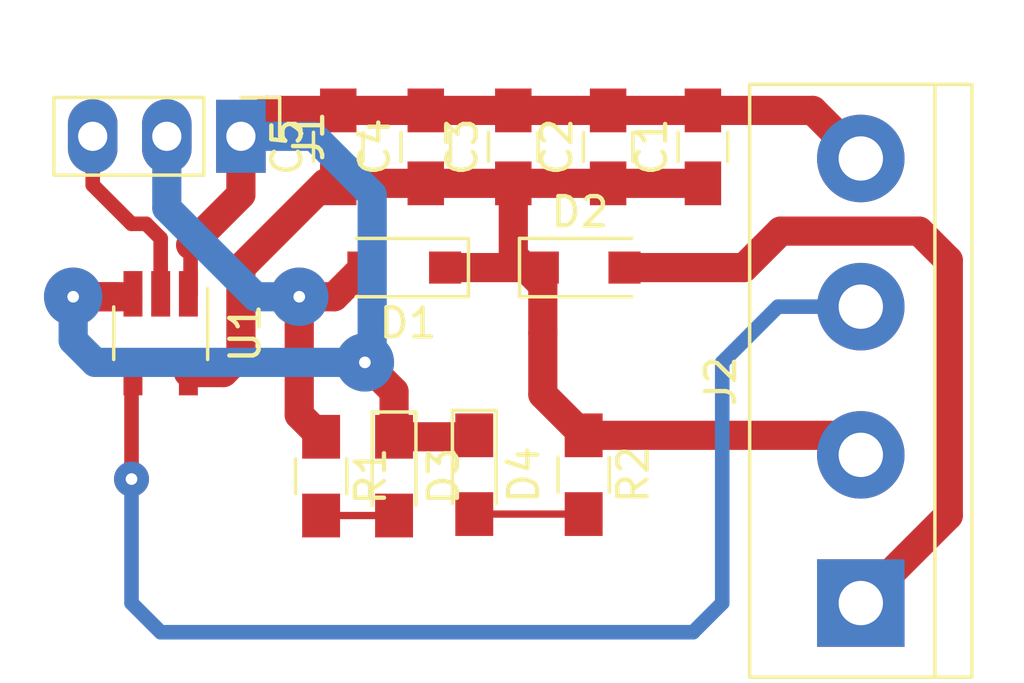
<source format=kicad_pcb>
(kicad_pcb (version 20171130) (host pcbnew 5.0.0-fee4fd1~66~ubuntu18.04.1)

  (general
    (thickness 1.6)
    (drawings 0)
    (tracks 75)
    (zones 0)
    (modules 14)
    (nets 9)
  )

  (page A4)
  (layers
    (0 F.Cu signal)
    (31 B.Cu signal)
    (32 B.Adhes user)
    (33 F.Adhes user)
    (34 B.Paste user)
    (35 F.Paste user)
    (36 B.SilkS user)
    (37 F.SilkS user)
    (38 B.Mask user)
    (39 F.Mask user)
    (40 Dwgs.User user)
    (41 Cmts.User user)
    (42 Eco1.User user)
    (43 Eco2.User user)
    (44 Edge.Cuts user)
    (45 Margin user)
    (46 B.CrtYd user)
    (47 F.CrtYd user)
    (48 B.Fab user)
    (49 F.Fab user)
  )

  (setup
    (last_trace_width 0.25)
    (trace_clearance 0.2)
    (zone_clearance 0.508)
    (zone_45_only no)
    (trace_min 0.2)
    (segment_width 0.2)
    (edge_width 0.15)
    (via_size 0.8)
    (via_drill 0.4)
    (via_min_size 0.4)
    (via_min_drill 0.3)
    (uvia_size 0.3)
    (uvia_drill 0.1)
    (uvias_allowed no)
    (uvia_min_size 0.2)
    (uvia_min_drill 0.1)
    (pcb_text_width 0.3)
    (pcb_text_size 1.5 1.5)
    (mod_edge_width 0.15)
    (mod_text_size 1 1)
    (mod_text_width 0.15)
    (pad_size 1.524 1.524)
    (pad_drill 0.762)
    (pad_to_mask_clearance 0.2)
    (aux_axis_origin 0 0)
    (visible_elements FFFFFF7F)
    (pcbplotparams
      (layerselection 0x010fc_ffffffff)
      (usegerberextensions false)
      (usegerberattributes false)
      (usegerberadvancedattributes false)
      (creategerberjobfile false)
      (excludeedgelayer true)
      (linewidth 0.100000)
      (plotframeref false)
      (viasonmask false)
      (mode 1)
      (useauxorigin false)
      (hpglpennumber 1)
      (hpglpenspeed 20)
      (hpglpendiameter 15.000000)
      (psnegative false)
      (psa4output false)
      (plotreference true)
      (plotvalue true)
      (plotinvisibletext false)
      (padsonsilk false)
      (subtractmaskfromsilk false)
      (outputformat 1)
      (mirror false)
      (drillshape 1)
      (scaleselection 1)
      (outputdirectory ""))
  )

  (net 0 "")
  (net 1 /MCU_LED_PWM)
  (net 2 +5V)
  (net 3 GND)
  (net 4 VCC)
  (net 5 /PWM_TO_LED)
  (net 6 "Net-(D3-Pad2)")
  (net 7 "Net-(D4-Pad2)")
  (net 8 V_EXT_LED)

  (net_class Default "This is the default net class."
    (clearance 0.2)
    (trace_width 0.25)
    (via_dia 0.8)
    (via_drill 0.4)
    (uvia_dia 0.3)
    (uvia_drill 0.1)
    (add_net "Net-(D3-Pad2)")
    (add_net "Net-(D4-Pad2)")
  )

  (net_class GND ""
    (clearance 0.2)
    (trace_width 1)
    (via_dia 2)
    (via_drill 0.4)
    (uvia_dia 0.3)
    (uvia_drill 0.1)
    (add_net GND)
  )

  (net_class LED_PWR ""
    (clearance 0.2)
    (trace_width 1)
    (via_dia 2)
    (via_drill 0.4)
    (uvia_dia 0.3)
    (uvia_drill 0.1)
  )

  (net_class LED_SIG ""
    (clearance 0.2)
    (trace_width 0.5)
    (via_dia 1.2)
    (via_drill 0.4)
    (uvia_dia 0.3)
    (uvia_drill 0.1)
    (add_net /PWM_TO_LED)
  )

  (net_class MCU_SIG ""
    (clearance 0.2)
    (trace_width 0.5)
    (via_dia 1.2)
    (via_drill 0.4)
    (uvia_dia 0.3)
    (uvia_drill 0.1)
    (add_net /MCU_LED_PWM)
  )

  (net_class PWR ""
    (clearance 0.2)
    (trace_width 1)
    (via_dia 2)
    (via_drill 0.4)
    (uvia_dia 0.3)
    (uvia_drill 0.1)
    (add_net +5V)
    (add_net VCC)
    (add_net V_EXT_LED)
  )

  (module Connectors_Terminal_Blocks:TerminalBlock_bornier-4_P5.08mm (layer F.Cu) (tedit 59FF03D1) (tstamp 5BB9F977)
    (at 48.25 31 90)
    (descr "simple 4-pin terminal block, pitch 5.08mm, revamped version of bornier4")
    (tags "terminal block bornier4")
    (path /5BBA2A9D)
    (fp_text reference J2 (at 7.6 -4.8 90) (layer F.SilkS)
      (effects (font (size 1 1) (thickness 0.15)))
    )
    (fp_text value Conn_01x03 (at 7.6 4.75 90) (layer F.Fab)
      (effects (font (size 1 1) (thickness 0.15)))
    )
    (fp_line (start 17.97 4) (end -2.73 4) (layer F.CrtYd) (width 0.05))
    (fp_line (start 17.97 4) (end 17.97 -4) (layer F.CrtYd) (width 0.05))
    (fp_line (start -2.73 -4) (end -2.73 4) (layer F.CrtYd) (width 0.05))
    (fp_line (start -2.73 -4) (end 17.97 -4) (layer F.CrtYd) (width 0.05))
    (fp_line (start -2.54 3.81) (end 17.78 3.81) (layer F.SilkS) (width 0.12))
    (fp_line (start -2.54 -3.81) (end 17.78 -3.81) (layer F.SilkS) (width 0.12))
    (fp_line (start 17.78 2.54) (end -2.54 2.54) (layer F.SilkS) (width 0.12))
    (fp_line (start 17.78 3.81) (end 17.78 -3.81) (layer F.SilkS) (width 0.12))
    (fp_line (start -2.54 -3.81) (end -2.54 3.81) (layer F.SilkS) (width 0.12))
    (fp_line (start 17.72 3.75) (end -2.43 3.75) (layer F.Fab) (width 0.1))
    (fp_line (start 17.72 -3.75) (end 17.72 3.75) (layer F.Fab) (width 0.1))
    (fp_line (start -2.48 -3.75) (end 17.72 -3.75) (layer F.Fab) (width 0.1))
    (fp_line (start -2.48 3.75) (end -2.48 -3.75) (layer F.Fab) (width 0.1))
    (fp_line (start -2.43 3.75) (end -2.48 3.75) (layer F.Fab) (width 0.1))
    (fp_line (start -2.48 2.55) (end 17.72 2.55) (layer F.Fab) (width 0.1))
    (fp_text user %R (at 7.62 0 90) (layer F.Fab)
      (effects (font (size 1 1) (thickness 0.15)))
    )
    (pad 4 thru_hole circle (at 15.24 0 90) (size 3 3) (drill 1.52) (layers *.Cu *.Mask)
      (net 3 GND))
    (pad 1 thru_hole rect (at 0 0 90) (size 3 3) (drill 1.52) (layers *.Cu *.Mask)
      (net 8 V_EXT_LED))
    (pad 3 thru_hole circle (at 10.16 0 90) (size 3 3) (drill 1.52) (layers *.Cu *.Mask)
      (net 5 /PWM_TO_LED))
    (pad 2 thru_hole circle (at 5.08 0 90) (size 3 3) (drill 1.52) (layers *.Cu *.Mask)
      (net 4 VCC))
    (model ${KISYS3DMOD}/Terminal_Blocks.3dshapes/TerminalBlock_bornier-4_P5.08mm.wrl
      (offset (xyz 7.619999885559082 0 0))
      (scale (xyz 1 1 1))
      (rotate (xyz 0 0 0))
    )
  )

  (module Capacitors_SMD:C_0805_HandSoldering (layer F.Cu) (tedit 58AA84A8) (tstamp 5BB9E637)
    (at 30.337702 15.362568 90)
    (descr "Capacitor SMD 0805, hand soldering")
    (tags "capacitor 0805")
    (path /5BB9F4C9)
    (attr smd)
    (fp_text reference C5 (at 0 -1.75 90) (layer F.SilkS)
      (effects (font (size 1 1) (thickness 0.15)))
    )
    (fp_text value 10u (at 0 1.75 90) (layer F.Fab)
      (effects (font (size 1 1) (thickness 0.15)))
    )
    (fp_line (start 2.25 0.87) (end -2.25 0.87) (layer F.CrtYd) (width 0.05))
    (fp_line (start 2.25 0.87) (end 2.25 -0.88) (layer F.CrtYd) (width 0.05))
    (fp_line (start -2.25 -0.88) (end -2.25 0.87) (layer F.CrtYd) (width 0.05))
    (fp_line (start -2.25 -0.88) (end 2.25 -0.88) (layer F.CrtYd) (width 0.05))
    (fp_line (start -0.5 0.85) (end 0.5 0.85) (layer F.SilkS) (width 0.12))
    (fp_line (start 0.5 -0.85) (end -0.5 -0.85) (layer F.SilkS) (width 0.12))
    (fp_line (start -1 -0.62) (end 1 -0.62) (layer F.Fab) (width 0.1))
    (fp_line (start 1 -0.62) (end 1 0.62) (layer F.Fab) (width 0.1))
    (fp_line (start 1 0.62) (end -1 0.62) (layer F.Fab) (width 0.1))
    (fp_line (start -1 0.62) (end -1 -0.62) (layer F.Fab) (width 0.1))
    (fp_text user %R (at 0 -1.75 90) (layer F.Fab)
      (effects (font (size 1 1) (thickness 0.15)))
    )
    (pad 2 smd rect (at 1.25 0 90) (size 1.5 1.25) (layers F.Cu F.Paste F.Mask)
      (net 3 GND))
    (pad 1 smd rect (at -1.25 0 90) (size 1.5 1.25) (layers F.Cu F.Paste F.Mask)
      (net 4 VCC))
    (model Capacitors_SMD.3dshapes/C_0805.wrl
      (at (xyz 0 0 0))
      (scale (xyz 1 1 1))
      (rotate (xyz 0 0 0))
    )
  )

  (module Capacitors_SMD:C_0805_HandSoldering (layer F.Cu) (tedit 58AA84A8) (tstamp 5BB9E626)
    (at 33.337702 15.362568 90)
    (descr "Capacitor SMD 0805, hand soldering")
    (tags "capacitor 0805")
    (path /5BB9F2D7)
    (attr smd)
    (fp_text reference C4 (at 0 -1.75 90) (layer F.SilkS)
      (effects (font (size 1 1) (thickness 0.15)))
    )
    (fp_text value 10u (at 0 1.75 90) (layer F.Fab)
      (effects (font (size 1 1) (thickness 0.15)))
    )
    (fp_text user %R (at 0 -1.75 90) (layer F.Fab)
      (effects (font (size 1 1) (thickness 0.15)))
    )
    (fp_line (start -1 0.62) (end -1 -0.62) (layer F.Fab) (width 0.1))
    (fp_line (start 1 0.62) (end -1 0.62) (layer F.Fab) (width 0.1))
    (fp_line (start 1 -0.62) (end 1 0.62) (layer F.Fab) (width 0.1))
    (fp_line (start -1 -0.62) (end 1 -0.62) (layer F.Fab) (width 0.1))
    (fp_line (start 0.5 -0.85) (end -0.5 -0.85) (layer F.SilkS) (width 0.12))
    (fp_line (start -0.5 0.85) (end 0.5 0.85) (layer F.SilkS) (width 0.12))
    (fp_line (start -2.25 -0.88) (end 2.25 -0.88) (layer F.CrtYd) (width 0.05))
    (fp_line (start -2.25 -0.88) (end -2.25 0.87) (layer F.CrtYd) (width 0.05))
    (fp_line (start 2.25 0.87) (end 2.25 -0.88) (layer F.CrtYd) (width 0.05))
    (fp_line (start 2.25 0.87) (end -2.25 0.87) (layer F.CrtYd) (width 0.05))
    (pad 1 smd rect (at -1.25 0 90) (size 1.5 1.25) (layers F.Cu F.Paste F.Mask)
      (net 4 VCC))
    (pad 2 smd rect (at 1.25 0 90) (size 1.5 1.25) (layers F.Cu F.Paste F.Mask)
      (net 3 GND))
    (model Capacitors_SMD.3dshapes/C_0805.wrl
      (at (xyz 0 0 0))
      (scale (xyz 1 1 1))
      (rotate (xyz 0 0 0))
    )
  )

  (module Capacitors_SMD:C_0805_HandSoldering (layer F.Cu) (tedit 58AA84A8) (tstamp 5BB9E615)
    (at 36.337702 15.362568 90)
    (descr "Capacitor SMD 0805, hand soldering")
    (tags "capacitor 0805")
    (path /5BB9F2C2)
    (attr smd)
    (fp_text reference C3 (at 0 -1.75 90) (layer F.SilkS)
      (effects (font (size 1 1) (thickness 0.15)))
    )
    (fp_text value 10u (at 0 1.75 90) (layer F.Fab)
      (effects (font (size 1 1) (thickness 0.15)))
    )
    (fp_line (start 2.25 0.87) (end -2.25 0.87) (layer F.CrtYd) (width 0.05))
    (fp_line (start 2.25 0.87) (end 2.25 -0.88) (layer F.CrtYd) (width 0.05))
    (fp_line (start -2.25 -0.88) (end -2.25 0.87) (layer F.CrtYd) (width 0.05))
    (fp_line (start -2.25 -0.88) (end 2.25 -0.88) (layer F.CrtYd) (width 0.05))
    (fp_line (start -0.5 0.85) (end 0.5 0.85) (layer F.SilkS) (width 0.12))
    (fp_line (start 0.5 -0.85) (end -0.5 -0.85) (layer F.SilkS) (width 0.12))
    (fp_line (start -1 -0.62) (end 1 -0.62) (layer F.Fab) (width 0.1))
    (fp_line (start 1 -0.62) (end 1 0.62) (layer F.Fab) (width 0.1))
    (fp_line (start 1 0.62) (end -1 0.62) (layer F.Fab) (width 0.1))
    (fp_line (start -1 0.62) (end -1 -0.62) (layer F.Fab) (width 0.1))
    (fp_text user %R (at 0 -1.75 90) (layer F.Fab)
      (effects (font (size 1 1) (thickness 0.15)))
    )
    (pad 2 smd rect (at 1.25 0 90) (size 1.5 1.25) (layers F.Cu F.Paste F.Mask)
      (net 3 GND))
    (pad 1 smd rect (at -1.25 0 90) (size 1.5 1.25) (layers F.Cu F.Paste F.Mask)
      (net 4 VCC))
    (model Capacitors_SMD.3dshapes/C_0805.wrl
      (at (xyz 0 0 0))
      (scale (xyz 1 1 1))
      (rotate (xyz 0 0 0))
    )
  )

  (module Capacitors_SMD:C_0805_HandSoldering (layer F.Cu) (tedit 58AA84A8) (tstamp 5BB9E604)
    (at 39.587702 15.362568 90)
    (descr "Capacitor SMD 0805, hand soldering")
    (tags "capacitor 0805")
    (path /5BB9F152)
    (attr smd)
    (fp_text reference C2 (at 0 -1.75 90) (layer F.SilkS)
      (effects (font (size 1 1) (thickness 0.15)))
    )
    (fp_text value 10u (at 0 1.75 90) (layer F.Fab)
      (effects (font (size 1 1) (thickness 0.15)))
    )
    (fp_text user %R (at 0 -1.75 90) (layer F.Fab)
      (effects (font (size 1 1) (thickness 0.15)))
    )
    (fp_line (start -1 0.62) (end -1 -0.62) (layer F.Fab) (width 0.1))
    (fp_line (start 1 0.62) (end -1 0.62) (layer F.Fab) (width 0.1))
    (fp_line (start 1 -0.62) (end 1 0.62) (layer F.Fab) (width 0.1))
    (fp_line (start -1 -0.62) (end 1 -0.62) (layer F.Fab) (width 0.1))
    (fp_line (start 0.5 -0.85) (end -0.5 -0.85) (layer F.SilkS) (width 0.12))
    (fp_line (start -0.5 0.85) (end 0.5 0.85) (layer F.SilkS) (width 0.12))
    (fp_line (start -2.25 -0.88) (end 2.25 -0.88) (layer F.CrtYd) (width 0.05))
    (fp_line (start -2.25 -0.88) (end -2.25 0.87) (layer F.CrtYd) (width 0.05))
    (fp_line (start 2.25 0.87) (end 2.25 -0.88) (layer F.CrtYd) (width 0.05))
    (fp_line (start 2.25 0.87) (end -2.25 0.87) (layer F.CrtYd) (width 0.05))
    (pad 1 smd rect (at -1.25 0 90) (size 1.5 1.25) (layers F.Cu F.Paste F.Mask)
      (net 4 VCC))
    (pad 2 smd rect (at 1.25 0 90) (size 1.5 1.25) (layers F.Cu F.Paste F.Mask)
      (net 3 GND))
    (model Capacitors_SMD.3dshapes/C_0805.wrl
      (at (xyz 0 0 0))
      (scale (xyz 1 1 1))
      (rotate (xyz 0 0 0))
    )
  )

  (module Capacitors_SMD:C_0805_HandSoldering (layer F.Cu) (tedit 58AA84A8) (tstamp 5BB9E5F3)
    (at 42.837702 15.362568 90)
    (descr "Capacitor SMD 0805, hand soldering")
    (tags "capacitor 0805")
    (path /5BB9EE7F)
    (attr smd)
    (fp_text reference C1 (at 0 -1.75 90) (layer F.SilkS)
      (effects (font (size 1 1) (thickness 0.15)))
    )
    (fp_text value 10u (at 0 1.75 90) (layer F.Fab)
      (effects (font (size 1 1) (thickness 0.15)))
    )
    (fp_line (start 2.25 0.87) (end -2.25 0.87) (layer F.CrtYd) (width 0.05))
    (fp_line (start 2.25 0.87) (end 2.25 -0.88) (layer F.CrtYd) (width 0.05))
    (fp_line (start -2.25 -0.88) (end -2.25 0.87) (layer F.CrtYd) (width 0.05))
    (fp_line (start -2.25 -0.88) (end 2.25 -0.88) (layer F.CrtYd) (width 0.05))
    (fp_line (start -0.5 0.85) (end 0.5 0.85) (layer F.SilkS) (width 0.12))
    (fp_line (start 0.5 -0.85) (end -0.5 -0.85) (layer F.SilkS) (width 0.12))
    (fp_line (start -1 -0.62) (end 1 -0.62) (layer F.Fab) (width 0.1))
    (fp_line (start 1 -0.62) (end 1 0.62) (layer F.Fab) (width 0.1))
    (fp_line (start 1 0.62) (end -1 0.62) (layer F.Fab) (width 0.1))
    (fp_line (start -1 0.62) (end -1 -0.62) (layer F.Fab) (width 0.1))
    (fp_text user %R (at 0 -1.75 90) (layer F.Fab)
      (effects (font (size 1 1) (thickness 0.15)))
    )
    (pad 2 smd rect (at 1.25 0 90) (size 1.5 1.25) (layers F.Cu F.Paste F.Mask)
      (net 3 GND))
    (pad 1 smd rect (at -1.25 0 90) (size 1.5 1.25) (layers F.Cu F.Paste F.Mask)
      (net 4 VCC))
    (model Capacitors_SMD.3dshapes/C_0805.wrl
      (at (xyz 0 0 0))
      (scale (xyz 1 1 1))
      (rotate (xyz 0 0 0))
    )
  )

  (module Diodes_SMD:D_SOD-123F (layer F.Cu) (tedit 587F7769) (tstamp 5BB9E5E2)
    (at 38.75 19.5)
    (descr D_SOD-123F)
    (tags D_SOD-123F)
    (path /5BB9E8D3)
    (attr smd)
    (fp_text reference D2 (at -0.127 -1.905) (layer F.SilkS)
      (effects (font (size 1 1) (thickness 0.15)))
    )
    (fp_text value mbr120 (at 0 2.1) (layer F.Fab)
      (effects (font (size 1 1) (thickness 0.15)))
    )
    (fp_text user %R (at -0.127 -1.905) (layer F.Fab)
      (effects (font (size 1 1) (thickness 0.15)))
    )
    (fp_line (start -2.2 -1) (end -2.2 1) (layer F.SilkS) (width 0.12))
    (fp_line (start 0.25 0) (end 0.75 0) (layer F.Fab) (width 0.1))
    (fp_line (start 0.25 0.4) (end -0.35 0) (layer F.Fab) (width 0.1))
    (fp_line (start 0.25 -0.4) (end 0.25 0.4) (layer F.Fab) (width 0.1))
    (fp_line (start -0.35 0) (end 0.25 -0.4) (layer F.Fab) (width 0.1))
    (fp_line (start -0.35 0) (end -0.35 0.55) (layer F.Fab) (width 0.1))
    (fp_line (start -0.35 0) (end -0.35 -0.55) (layer F.Fab) (width 0.1))
    (fp_line (start -0.75 0) (end -0.35 0) (layer F.Fab) (width 0.1))
    (fp_line (start -1.4 0.9) (end -1.4 -0.9) (layer F.Fab) (width 0.1))
    (fp_line (start 1.4 0.9) (end -1.4 0.9) (layer F.Fab) (width 0.1))
    (fp_line (start 1.4 -0.9) (end 1.4 0.9) (layer F.Fab) (width 0.1))
    (fp_line (start -1.4 -0.9) (end 1.4 -0.9) (layer F.Fab) (width 0.1))
    (fp_line (start -2.2 -1.15) (end 2.2 -1.15) (layer F.CrtYd) (width 0.05))
    (fp_line (start 2.2 -1.15) (end 2.2 1.15) (layer F.CrtYd) (width 0.05))
    (fp_line (start 2.2 1.15) (end -2.2 1.15) (layer F.CrtYd) (width 0.05))
    (fp_line (start -2.2 -1.15) (end -2.2 1.15) (layer F.CrtYd) (width 0.05))
    (fp_line (start -2.2 1) (end 1.65 1) (layer F.SilkS) (width 0.12))
    (fp_line (start -2.2 -1) (end 1.65 -1) (layer F.SilkS) (width 0.12))
    (pad 1 smd rect (at -1.4 0) (size 1.1 1.1) (layers F.Cu F.Paste F.Mask)
      (net 4 VCC))
    (pad 2 smd rect (at 1.4 0) (size 1.1 1.1) (layers F.Cu F.Paste F.Mask)
      (net 8 V_EXT_LED))
    (model ${KISYS3DMOD}/Diodes_SMD.3dshapes/D_SOD-123F.wrl
      (at (xyz 0 0 0))
      (scale (xyz 1 1 1))
      (rotate (xyz 0 0 0))
    )
  )

  (module Diodes_SMD:D_SOD-123F (layer F.Cu) (tedit 587F7769) (tstamp 5BB9E5C9)
    (at 32.6 19.5 180)
    (descr D_SOD-123F)
    (tags D_SOD-123F)
    (path /5BB9E84F)
    (attr smd)
    (fp_text reference D1 (at -0.127 -1.905 180) (layer F.SilkS)
      (effects (font (size 1 1) (thickness 0.15)))
    )
    (fp_text value mbr120 (at 0 2.1 180) (layer F.Fab)
      (effects (font (size 1 1) (thickness 0.15)))
    )
    (fp_line (start -2.2 -1) (end 1.65 -1) (layer F.SilkS) (width 0.12))
    (fp_line (start -2.2 1) (end 1.65 1) (layer F.SilkS) (width 0.12))
    (fp_line (start -2.2 -1.15) (end -2.2 1.15) (layer F.CrtYd) (width 0.05))
    (fp_line (start 2.2 1.15) (end -2.2 1.15) (layer F.CrtYd) (width 0.05))
    (fp_line (start 2.2 -1.15) (end 2.2 1.15) (layer F.CrtYd) (width 0.05))
    (fp_line (start -2.2 -1.15) (end 2.2 -1.15) (layer F.CrtYd) (width 0.05))
    (fp_line (start -1.4 -0.9) (end 1.4 -0.9) (layer F.Fab) (width 0.1))
    (fp_line (start 1.4 -0.9) (end 1.4 0.9) (layer F.Fab) (width 0.1))
    (fp_line (start 1.4 0.9) (end -1.4 0.9) (layer F.Fab) (width 0.1))
    (fp_line (start -1.4 0.9) (end -1.4 -0.9) (layer F.Fab) (width 0.1))
    (fp_line (start -0.75 0) (end -0.35 0) (layer F.Fab) (width 0.1))
    (fp_line (start -0.35 0) (end -0.35 -0.55) (layer F.Fab) (width 0.1))
    (fp_line (start -0.35 0) (end -0.35 0.55) (layer F.Fab) (width 0.1))
    (fp_line (start -0.35 0) (end 0.25 -0.4) (layer F.Fab) (width 0.1))
    (fp_line (start 0.25 -0.4) (end 0.25 0.4) (layer F.Fab) (width 0.1))
    (fp_line (start 0.25 0.4) (end -0.35 0) (layer F.Fab) (width 0.1))
    (fp_line (start 0.25 0) (end 0.75 0) (layer F.Fab) (width 0.1))
    (fp_line (start -2.2 -1) (end -2.2 1) (layer F.SilkS) (width 0.12))
    (fp_text user %R (at -0.127 -1.905 180) (layer F.Fab)
      (effects (font (size 1 1) (thickness 0.15)))
    )
    (pad 2 smd rect (at 1.4 0 180) (size 1.1 1.1) (layers F.Cu F.Paste F.Mask)
      (net 2 +5V))
    (pad 1 smd rect (at -1.4 0 180) (size 1.1 1.1) (layers F.Cu F.Paste F.Mask)
      (net 4 VCC))
    (model ${KISYS3DMOD}/Diodes_SMD.3dshapes/D_SOD-123F.wrl
      (at (xyz 0 0 0))
      (scale (xyz 1 1 1))
      (rotate (xyz 0 0 0))
    )
  )

  (module LEDs:LED_0805_HandSoldering (layer F.Cu) (tedit 595FCA25) (tstamp 5BB9E5B0)
    (at 35 26.6 270)
    (descr "Resistor SMD 0805, hand soldering")
    (tags "resistor 0805")
    (path /5BBA6D41)
    (attr smd)
    (fp_text reference D4 (at 0 -1.7 270) (layer F.SilkS)
      (effects (font (size 1 1) (thickness 0.15)))
    )
    (fp_text value LED (at 0 1.75 270) (layer F.Fab)
      (effects (font (size 1 1) (thickness 0.15)))
    )
    (fp_line (start -0.4 -0.4) (end -0.4 0.4) (layer F.Fab) (width 0.1))
    (fp_line (start -0.4 0) (end 0.2 -0.4) (layer F.Fab) (width 0.1))
    (fp_line (start 0.2 0.4) (end -0.4 0) (layer F.Fab) (width 0.1))
    (fp_line (start 0.2 -0.4) (end 0.2 0.4) (layer F.Fab) (width 0.1))
    (fp_line (start -1 0.62) (end -1 -0.62) (layer F.Fab) (width 0.1))
    (fp_line (start 1 0.62) (end -1 0.62) (layer F.Fab) (width 0.1))
    (fp_line (start 1 -0.62) (end 1 0.62) (layer F.Fab) (width 0.1))
    (fp_line (start -1 -0.62) (end 1 -0.62) (layer F.Fab) (width 0.1))
    (fp_line (start 1 0.75) (end -2.2 0.75) (layer F.SilkS) (width 0.12))
    (fp_line (start -2.2 -0.75) (end 1 -0.75) (layer F.SilkS) (width 0.12))
    (fp_line (start -2.35 -0.9) (end 2.35 -0.9) (layer F.CrtYd) (width 0.05))
    (fp_line (start -2.35 -0.9) (end -2.35 0.9) (layer F.CrtYd) (width 0.05))
    (fp_line (start 2.35 0.9) (end 2.35 -0.9) (layer F.CrtYd) (width 0.05))
    (fp_line (start 2.35 0.9) (end -2.35 0.9) (layer F.CrtYd) (width 0.05))
    (fp_line (start -2.2 -0.75) (end -2.2 0.75) (layer F.SilkS) (width 0.12))
    (pad 1 smd rect (at -1.35 0 270) (size 1.5 1.3) (layers F.Cu F.Paste F.Mask)
      (net 3 GND))
    (pad 2 smd rect (at 1.35 0 270) (size 1.5 1.3) (layers F.Cu F.Paste F.Mask)
      (net 7 "Net-(D4-Pad2)"))
    (model ${KISYS3DMOD}/LEDs.3dshapes/LED_0805.wrl
      (at (xyz 0 0 0))
      (scale (xyz 1 1 1))
      (rotate (xyz 0 0 0))
    )
  )

  (module LEDs:LED_0805_HandSoldering (layer F.Cu) (tedit 595FCA25) (tstamp 5BB9E59B)
    (at 32.25 26.65 270)
    (descr "Resistor SMD 0805, hand soldering")
    (tags "resistor 0805")
    (path /5BBA804C)
    (attr smd)
    (fp_text reference D3 (at 0 -1.7 270) (layer F.SilkS)
      (effects (font (size 1 1) (thickness 0.15)))
    )
    (fp_text value LED (at 0 1.75 270) (layer F.Fab)
      (effects (font (size 1 1) (thickness 0.15)))
    )
    (fp_line (start -2.2 -0.75) (end -2.2 0.75) (layer F.SilkS) (width 0.12))
    (fp_line (start 2.35 0.9) (end -2.35 0.9) (layer F.CrtYd) (width 0.05))
    (fp_line (start 2.35 0.9) (end 2.35 -0.9) (layer F.CrtYd) (width 0.05))
    (fp_line (start -2.35 -0.9) (end -2.35 0.9) (layer F.CrtYd) (width 0.05))
    (fp_line (start -2.35 -0.9) (end 2.35 -0.9) (layer F.CrtYd) (width 0.05))
    (fp_line (start -2.2 -0.75) (end 1 -0.75) (layer F.SilkS) (width 0.12))
    (fp_line (start 1 0.75) (end -2.2 0.75) (layer F.SilkS) (width 0.12))
    (fp_line (start -1 -0.62) (end 1 -0.62) (layer F.Fab) (width 0.1))
    (fp_line (start 1 -0.62) (end 1 0.62) (layer F.Fab) (width 0.1))
    (fp_line (start 1 0.62) (end -1 0.62) (layer F.Fab) (width 0.1))
    (fp_line (start -1 0.62) (end -1 -0.62) (layer F.Fab) (width 0.1))
    (fp_line (start 0.2 -0.4) (end 0.2 0.4) (layer F.Fab) (width 0.1))
    (fp_line (start 0.2 0.4) (end -0.4 0) (layer F.Fab) (width 0.1))
    (fp_line (start -0.4 0) (end 0.2 -0.4) (layer F.Fab) (width 0.1))
    (fp_line (start -0.4 -0.4) (end -0.4 0.4) (layer F.Fab) (width 0.1))
    (pad 2 smd rect (at 1.35 0 270) (size 1.5 1.3) (layers F.Cu F.Paste F.Mask)
      (net 6 "Net-(D3-Pad2)"))
    (pad 1 smd rect (at -1.35 0 270) (size 1.5 1.3) (layers F.Cu F.Paste F.Mask)
      (net 3 GND))
    (model ${KISYS3DMOD}/LEDs.3dshapes/LED_0805.wrl
      (at (xyz 0 0 0))
      (scale (xyz 1 1 1))
      (rotate (xyz 0 0 0))
    )
  )

  (module Resistors_SMD:R_0805_HandSoldering (layer F.Cu) (tedit 58E0A804) (tstamp 5BB9E586)
    (at 38.75 26.6 270)
    (descr "Resistor SMD 0805, hand soldering")
    (tags "resistor 0805")
    (path /5BBA6CAF)
    (attr smd)
    (fp_text reference R2 (at 0 -1.7 270) (layer F.SilkS)
      (effects (font (size 1 1) (thickness 0.15)))
    )
    (fp_text value 104 (at 0 1.75 270) (layer F.Fab)
      (effects (font (size 1 1) (thickness 0.15)))
    )
    (fp_text user %R (at 0 0 270) (layer F.Fab)
      (effects (font (size 0.5 0.5) (thickness 0.075)))
    )
    (fp_line (start -1 0.62) (end -1 -0.62) (layer F.Fab) (width 0.1))
    (fp_line (start 1 0.62) (end -1 0.62) (layer F.Fab) (width 0.1))
    (fp_line (start 1 -0.62) (end 1 0.62) (layer F.Fab) (width 0.1))
    (fp_line (start -1 -0.62) (end 1 -0.62) (layer F.Fab) (width 0.1))
    (fp_line (start 0.6 0.88) (end -0.6 0.88) (layer F.SilkS) (width 0.12))
    (fp_line (start -0.6 -0.88) (end 0.6 -0.88) (layer F.SilkS) (width 0.12))
    (fp_line (start -2.35 -0.9) (end 2.35 -0.9) (layer F.CrtYd) (width 0.05))
    (fp_line (start -2.35 -0.9) (end -2.35 0.9) (layer F.CrtYd) (width 0.05))
    (fp_line (start 2.35 0.9) (end 2.35 -0.9) (layer F.CrtYd) (width 0.05))
    (fp_line (start 2.35 0.9) (end -2.35 0.9) (layer F.CrtYd) (width 0.05))
    (pad 1 smd rect (at -1.35 0 270) (size 1.5 1.3) (layers F.Cu F.Paste F.Mask)
      (net 4 VCC))
    (pad 2 smd rect (at 1.35 0 270) (size 1.5 1.3) (layers F.Cu F.Paste F.Mask)
      (net 7 "Net-(D4-Pad2)"))
    (model ${KISYS3DMOD}/Resistors_SMD.3dshapes/R_0805.wrl
      (at (xyz 0 0 0))
      (scale (xyz 1 1 1))
      (rotate (xyz 0 0 0))
    )
  )

  (module Resistors_SMD:R_0805_HandSoldering (layer F.Cu) (tedit 58E0A804) (tstamp 5BB9E575)
    (at 29.75 26.65 270)
    (descr "Resistor SMD 0805, hand soldering")
    (tags "resistor 0805")
    (path /5BBA8046)
    (attr smd)
    (fp_text reference R1 (at 0 -1.7 270) (layer F.SilkS)
      (effects (font (size 1 1) (thickness 0.15)))
    )
    (fp_text value 104 (at 0 1.75 270) (layer F.Fab)
      (effects (font (size 1 1) (thickness 0.15)))
    )
    (fp_line (start 2.35 0.9) (end -2.35 0.9) (layer F.CrtYd) (width 0.05))
    (fp_line (start 2.35 0.9) (end 2.35 -0.9) (layer F.CrtYd) (width 0.05))
    (fp_line (start -2.35 -0.9) (end -2.35 0.9) (layer F.CrtYd) (width 0.05))
    (fp_line (start -2.35 -0.9) (end 2.35 -0.9) (layer F.CrtYd) (width 0.05))
    (fp_line (start -0.6 -0.88) (end 0.6 -0.88) (layer F.SilkS) (width 0.12))
    (fp_line (start 0.6 0.88) (end -0.6 0.88) (layer F.SilkS) (width 0.12))
    (fp_line (start -1 -0.62) (end 1 -0.62) (layer F.Fab) (width 0.1))
    (fp_line (start 1 -0.62) (end 1 0.62) (layer F.Fab) (width 0.1))
    (fp_line (start 1 0.62) (end -1 0.62) (layer F.Fab) (width 0.1))
    (fp_line (start -1 0.62) (end -1 -0.62) (layer F.Fab) (width 0.1))
    (fp_text user %R (at 0 0 270) (layer F.Fab)
      (effects (font (size 0.5 0.5) (thickness 0.075)))
    )
    (pad 2 smd rect (at 1.35 0 270) (size 1.5 1.3) (layers F.Cu F.Paste F.Mask)
      (net 6 "Net-(D3-Pad2)"))
    (pad 1 smd rect (at -1.35 0 270) (size 1.5 1.3) (layers F.Cu F.Paste F.Mask)
      (net 2 +5V))
    (model ${KISYS3DMOD}/Resistors_SMD.3dshapes/R_0805.wrl
      (at (xyz 0 0 0))
      (scale (xyz 1 1 1))
      (rotate (xyz 0 0 0))
    )
  )

  (module TO_SOT_Packages_SMD:SOT-23-5_HandSoldering (layer F.Cu) (tedit 58CE4E7E) (tstamp 5BB9E564)
    (at 24.25 21.75 270)
    (descr "5-pin SOT23 package")
    (tags "SOT-23-5 hand-soldering")
    (path /5BB9DE86)
    (attr smd)
    (fp_text reference U1 (at 0 -2.9 270) (layer F.SilkS)
      (effects (font (size 1 1) (thickness 0.15)))
    )
    (fp_text value 74AHCT1G125 (at 0 2.9 270) (layer F.Fab)
      (effects (font (size 1 1) (thickness 0.15)))
    )
    (fp_line (start 2.38 1.8) (end -2.38 1.8) (layer F.CrtYd) (width 0.05))
    (fp_line (start 2.38 1.8) (end 2.38 -1.8) (layer F.CrtYd) (width 0.05))
    (fp_line (start -2.38 -1.8) (end -2.38 1.8) (layer F.CrtYd) (width 0.05))
    (fp_line (start -2.38 -1.8) (end 2.38 -1.8) (layer F.CrtYd) (width 0.05))
    (fp_line (start 0.9 -1.55) (end 0.9 1.55) (layer F.Fab) (width 0.1))
    (fp_line (start 0.9 1.55) (end -0.9 1.55) (layer F.Fab) (width 0.1))
    (fp_line (start -0.9 -0.9) (end -0.9 1.55) (layer F.Fab) (width 0.1))
    (fp_line (start 0.9 -1.55) (end -0.25 -1.55) (layer F.Fab) (width 0.1))
    (fp_line (start -0.9 -0.9) (end -0.25 -1.55) (layer F.Fab) (width 0.1))
    (fp_line (start 0.9 -1.61) (end -1.55 -1.61) (layer F.SilkS) (width 0.12))
    (fp_line (start -0.9 1.61) (end 0.9 1.61) (layer F.SilkS) (width 0.12))
    (fp_text user %R (at 0 0) (layer F.Fab)
      (effects (font (size 0.5 0.5) (thickness 0.075)))
    )
    (pad 5 smd rect (at 1.35 -0.95 270) (size 1.56 0.65) (layers F.Cu F.Paste F.Mask)
      (net 4 VCC))
    (pad 4 smd rect (at 1.35 0.95 270) (size 1.56 0.65) (layers F.Cu F.Paste F.Mask)
      (net 5 /PWM_TO_LED))
    (pad 3 smd rect (at -1.35 0.95 270) (size 1.56 0.65) (layers F.Cu F.Paste F.Mask)
      (net 3 GND))
    (pad 2 smd rect (at -1.35 0 270) (size 1.56 0.65) (layers F.Cu F.Paste F.Mask)
      (net 1 /MCU_LED_PWM))
    (pad 1 smd rect (at -1.35 -0.95 270) (size 1.56 0.65) (layers F.Cu F.Paste F.Mask)
      (net 3 GND))
    (model ${KISYS3DMOD}/TO_SOT_Packages_SMD.3dshapes\SOT-23-5.wrl
      (at (xyz 0 0 0))
      (scale (xyz 1 1 1))
      (rotate (xyz 0 0 0))
    )
  )

  (module footprint-lib:Pin_Header_Straight_1x03_Pitch2.54mm (layer F.Cu) (tedit 5BB9B3D2) (tstamp 5BBA0D42)
    (at 27 15 270)
    (descr "Through hole straight pin header, 1x03, 2.54mm pitch, single row")
    (tags "Through hole pin header THT 1x03 2.54mm single row")
    (path /5BBA1AB9)
    (fp_text reference J1 (at 0 -2.33 270) (layer F.SilkS)
      (effects (font (size 1 1) (thickness 0.15)))
    )
    (fp_text value Conn_01x03 (at 0 7.41 270) (layer F.Fab)
      (effects (font (size 1 1) (thickness 0.15)))
    )
    (fp_text user %R (at 0 2.54) (layer F.Fab)
      (effects (font (size 1 1) (thickness 0.15)))
    )
    (fp_line (start 1.8 -1.8) (end -1.8 -1.8) (layer F.CrtYd) (width 0.05))
    (fp_line (start 1.8 6.85) (end 1.8 -1.8) (layer F.CrtYd) (width 0.05))
    (fp_line (start -1.8 6.85) (end 1.8 6.85) (layer F.CrtYd) (width 0.05))
    (fp_line (start -1.8 -1.8) (end -1.8 6.85) (layer F.CrtYd) (width 0.05))
    (fp_line (start -1.33 -1.33) (end 0 -1.33) (layer F.SilkS) (width 0.12))
    (fp_line (start -1.33 0) (end -1.33 -1.33) (layer F.SilkS) (width 0.12))
    (fp_line (start -1.33 1.27) (end 1.33 1.27) (layer F.SilkS) (width 0.12))
    (fp_line (start 1.33 1.27) (end 1.33 6.41) (layer F.SilkS) (width 0.12))
    (fp_line (start -1.33 1.27) (end -1.33 6.41) (layer F.SilkS) (width 0.12))
    (fp_line (start -1.33 6.41) (end 1.33 6.41) (layer F.SilkS) (width 0.12))
    (fp_line (start -1.27 -0.635) (end -0.635 -1.27) (layer F.Fab) (width 0.1))
    (fp_line (start -1.27 6.35) (end -1.27 -0.635) (layer F.Fab) (width 0.1))
    (fp_line (start 1.27 6.35) (end -1.27 6.35) (layer F.Fab) (width 0.1))
    (fp_line (start 1.27 -1.27) (end 1.27 6.35) (layer F.Fab) (width 0.1))
    (fp_line (start -0.635 -1.27) (end 1.27 -1.27) (layer F.Fab) (width 0.1))
    (pad 3 thru_hole oval (at 0 5.08 270) (size 2.54 1.7) (drill 1) (layers *.Cu *.Mask)
      (net 1 /MCU_LED_PWM))
    (pad 2 thru_hole oval (at 0 2.54 270) (size 2.54 1.7) (drill 1) (layers *.Cu *.Mask)
      (net 2 +5V))
    (pad 1 thru_hole rect (at 0 0 270) (size 2.5 1.7) (drill 1) (layers *.Cu *.Mask)
      (net 3 GND))
    (model ${KISYS3DMOD}/Pin_Headers.3dshapes/Pin_Header_Straight_1x03_Pitch2.54mm.wrl
      (at (xyz 0 0 0))
      (scale (xyz 1 1 1))
      (rotate (xyz 0 0 0))
    )
  )

  (segment (start 21.92 15) (end 21.92 16.67) (width 0.5) (layer F.Cu) (net 1))
  (segment (start 21.92 16.67) (end 23.25 18) (width 0.5) (layer F.Cu) (net 1))
  (segment (start 23.25 18) (end 23.75 18) (width 0.5) (layer F.Cu) (net 1))
  (segment (start 24.25 18.5) (end 24.25 20.4) (width 0.5) (layer F.Cu) (net 1))
  (segment (start 23.75 18) (end 24.25 18.5) (width 0.5) (layer F.Cu) (net 1))
  (segment (start 24.46 15) (end 24.46 17.46) (width 1) (layer B.Cu) (net 2))
  (via (at 29 20.5) (size 2) (drill 0.4) (layers F.Cu B.Cu) (net 2))
  (segment (start 24.46 17.46) (end 27.5 20.5) (width 1) (layer B.Cu) (net 2))
  (segment (start 27.5 20.5) (end 29 20.5) (width 1) (layer B.Cu) (net 2))
  (segment (start 30.2 20.5) (end 31.2 19.5) (width 1) (layer F.Cu) (net 2))
  (segment (start 29 20.5) (end 30.2 20.5) (width 1) (layer F.Cu) (net 2))
  (segment (start 29 24.55) (end 29.75 25.3) (width 1) (layer F.Cu) (net 2))
  (segment (start 29 20.5) (end 29 24.55) (width 1) (layer F.Cu) (net 2))
  (segment (start 30.337702 14.112568) (end 33.337702 14.112568) (width 1) (layer F.Cu) (net 3))
  (segment (start 33.337702 14.112568) (end 36.337702 14.112568) (width 1) (layer F.Cu) (net 3))
  (segment (start 36.337702 14.112568) (end 39.587702 14.112568) (width 1) (layer F.Cu) (net 3))
  (segment (start 39.587702 14.112568) (end 42.837702 14.112568) (width 1) (layer F.Cu) (net 3))
  (segment (start 46.602568 14.112568) (end 48.25 15.76) (width 1) (layer F.Cu) (net 3))
  (segment (start 42.837702 14.112568) (end 46.602568 14.112568) (width 1) (layer F.Cu) (net 3))
  (segment (start 27.887432 14.112568) (end 27 15) (width 1) (layer F.Cu) (net 3))
  (segment (start 30.337702 14.112568) (end 27.887432 14.112568) (width 1) (layer F.Cu) (net 3))
  (segment (start 25.275001 18.724999) (end 25.275001 20.4) (width 0.5) (layer F.Cu) (net 3))
  (segment (start 27 15) (end 27 17) (width 1) (layer F.Cu) (net 3))
  (segment (start 27 17) (end 25.275001 18.724999) (width 1) (layer F.Cu) (net 3))
  (segment (start 34.95 25.3) (end 35 25.25) (width 1) (layer F.Cu) (net 3))
  (segment (start 32.25 25.3) (end 34.95 25.3) (width 1) (layer F.Cu) (net 3))
  (via (at 31.25 22.75) (size 2) (drill 0.4) (layers F.Cu B.Cu) (net 3))
  (segment (start 32.25 25.3) (end 32.25 23.75) (width 1) (layer F.Cu) (net 3))
  (segment (start 32.25 23.75) (end 31.25 22.75) (width 1) (layer F.Cu) (net 3))
  (segment (start 29.5 15) (end 27 15) (width 1) (layer B.Cu) (net 3))
  (segment (start 31.25 22.75) (end 31.5 22.5) (width 1) (layer B.Cu) (net 3))
  (segment (start 31.5 17) (end 29.5 15) (width 1) (layer B.Cu) (net 3))
  (segment (start 31.5 22.5) (end 31.5 17) (width 1) (layer B.Cu) (net 3))
  (segment (start 31.25 22.75) (end 22 22.75) (width 1) (layer B.Cu) (net 3))
  (via (at 21.25 20.5) (size 2) (drill 0.4) (layers F.Cu B.Cu) (net 3))
  (segment (start 22 22.75) (end 21.25 22) (width 1) (layer B.Cu) (net 3))
  (segment (start 21.25 22) (end 21.25 20.5) (width 1) (layer B.Cu) (net 3))
  (segment (start 21.25 20.5) (end 22.75 20.5) (width 1) (layer F.Cu) (net 3))
  (segment (start 23.124999 20.5) (end 23.224999 20.4) (width 0.5) (layer F.Cu) (net 3))
  (segment (start 21.25 20.5) (end 23.124999 20.5) (width 1) (layer F.Cu) (net 3))
  (segment (start 30.337702 16.612568) (end 33.337702 16.612568) (width 1) (layer F.Cu) (net 4))
  (segment (start 33.337702 16.612568) (end 36.337702 16.612568) (width 1) (layer F.Cu) (net 4))
  (segment (start 36.337702 16.612568) (end 39.587702 16.612568) (width 1) (layer F.Cu) (net 4))
  (segment (start 39.587702 16.612568) (end 42.837702 16.612568) (width 1) (layer F.Cu) (net 4))
  (segment (start 36.337702 16.612568) (end 36.337702 19.087702) (width 1) (layer F.Cu) (net 4))
  (segment (start 37.35 20.1) (end 37.35 21.75) (width 1) (layer F.Cu) (net 4))
  (segment (start 36.337702 19.087702) (end 37.35 20.1) (width 1) (layer F.Cu) (net 4))
  (segment (start 37.35 23.85) (end 38.75 25.25) (width 1) (layer F.Cu) (net 4))
  (segment (start 37.35 21.75) (end 37.35 23.85) (width 1) (layer F.Cu) (net 4))
  (segment (start 29.887432 16.612568) (end 30.337702 16.612568) (width 1) (layer F.Cu) (net 4))
  (segment (start 27 19.5) (end 29.887432 16.612568) (width 1) (layer F.Cu) (net 4))
  (segment (start 27 22.5) (end 27 19.5) (width 1) (layer F.Cu) (net 4))
  (segment (start 25.2 23.1) (end 26.4 23.1) (width 1) (layer F.Cu) (net 4))
  (segment (start 26.4 23.1) (end 27 22.5) (width 1) (layer F.Cu) (net 4))
  (segment (start 34 19.5) (end 37.35 19.5) (width 1) (layer F.Cu) (net 4))
  (segment (start 47.58 25.25) (end 48.25 25.92) (width 1) (layer F.Cu) (net 4))
  (segment (start 38.75 25.25) (end 47.58 25.25) (width 1) (layer F.Cu) (net 4))
  (via (at 23.25 26.75) (size 1.2) (drill 0.4) (layers F.Cu B.Cu) (net 5))
  (segment (start 23.25 23.15) (end 23.3 23.1) (width 0.5) (layer F.Cu) (net 5))
  (segment (start 23.25 26.75) (end 23.25 23.15) (width 0.5) (layer F.Cu) (net 5))
  (segment (start 23.25 31) (end 23.25 26.75) (width 0.5) (layer B.Cu) (net 5))
  (segment (start 48.25 20.84) (end 45.41 20.84) (width 0.5) (layer B.Cu) (net 5))
  (segment (start 45.41 20.84) (end 43.5 22.75) (width 0.5) (layer B.Cu) (net 5))
  (segment (start 43.5 22.75) (end 43.5 31) (width 0.5) (layer B.Cu) (net 5))
  (segment (start 43.5 31) (end 42.5 32) (width 0.5) (layer B.Cu) (net 5))
  (segment (start 42.5 32) (end 24.25 32) (width 0.5) (layer B.Cu) (net 5))
  (segment (start 24.25 32) (end 23.25 31) (width 0.5) (layer B.Cu) (net 5))
  (segment (start 29.75 28) (end 32.25 28) (width 0.25) (layer F.Cu) (net 6))
  (segment (start 35 27.95) (end 38.75 27.95) (width 0.25) (layer F.Cu) (net 7))
  (segment (start 40.15 19.5) (end 44.25 19.5) (width 1) (layer F.Cu) (net 8))
  (segment (start 44.25 19.5) (end 45.5 18.25) (width 1) (layer F.Cu) (net 8))
  (segment (start 45.5 18.25) (end 50.25 18.25) (width 1) (layer F.Cu) (net 8))
  (segment (start 50.25 18.25) (end 51.25 19.25) (width 1) (layer F.Cu) (net 8))
  (segment (start 51.25 28) (end 48.25 31) (width 1) (layer F.Cu) (net 8))
  (segment (start 51.25 19.25) (end 51.25 28) (width 1) (layer F.Cu) (net 8))

)

</source>
